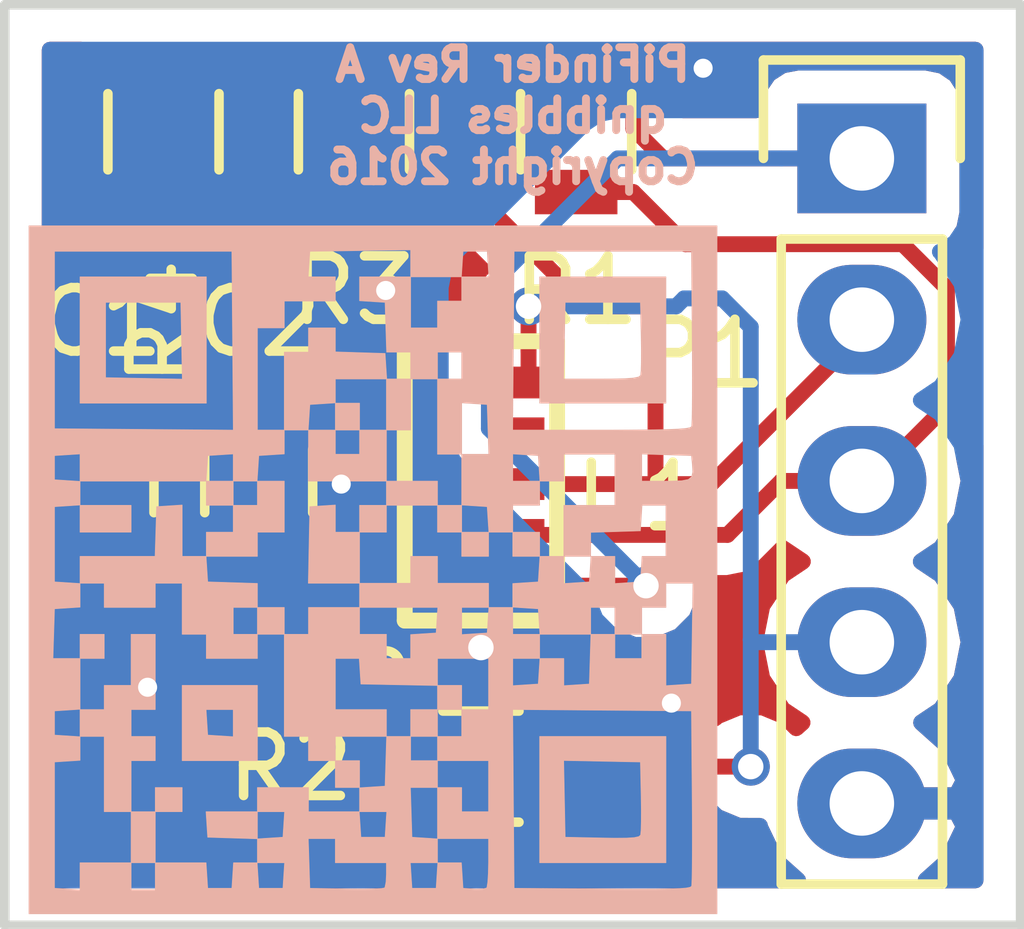
<source format=kicad_pcb>
(kicad_pcb (version 4) (host pcbnew 4.0.4-stable)

  (general
    (links 0)
    (no_connects 0)
    (area 139.07381 97.845 159.533334 114.095001)
    (thickness 1.6)
    (drawings 5)
    (tracks 82)
    (zones 0)
    (modules 14)
    (nets 8)
  )

  (page A4)
  (layers
    (0 F.Cu signal hide)
    (31 B.Cu signal hide)
    (32 B.Adhes user hide)
    (33 F.Adhes user hide)
    (34 B.Paste user hide)
    (35 F.Paste user hide)
    (36 B.SilkS user)
    (37 F.SilkS user hide)
    (38 B.Mask user)
    (39 F.Mask user)
    (40 Dwgs.User user)
    (41 Cmts.User user)
    (42 Eco1.User user)
    (43 Eco2.User user)
    (44 Edge.Cuts user)
    (45 Margin user)
    (46 B.CrtYd user)
    (47 F.CrtYd user)
    (48 B.Fab user)
    (49 F.Fab user)
  )

  (setup
    (last_trace_width 0.25)
    (trace_clearance 0.2)
    (zone_clearance 0.508)
    (zone_45_only no)
    (trace_min 0.2)
    (segment_width 0.2)
    (edge_width 0.15)
    (via_size 0.6)
    (via_drill 0.4)
    (via_min_size 0.4)
    (via_min_drill 0.3)
    (uvia_size 0.3)
    (uvia_drill 0.1)
    (uvias_allowed no)
    (uvia_min_size 0.2)
    (uvia_min_drill 0.1)
    (pcb_text_width 0.3)
    (pcb_text_size 1.5 1.5)
    (mod_edge_width 0.15)
    (mod_text_size 1 1)
    (mod_text_width 0.15)
    (pad_size 0.6 0.6)
    (pad_drill 0.3)
    (pad_to_mask_clearance 0.2)
    (aux_axis_origin 0 0)
    (visible_elements 7FFFFFFF)
    (pcbplotparams
      (layerselection 0x00030_80000001)
      (usegerberextensions false)
      (excludeedgelayer true)
      (linewidth 0.100000)
      (plotframeref false)
      (viasonmask false)
      (mode 1)
      (useauxorigin false)
      (hpglpennumber 1)
      (hpglpenspeed 20)
      (hpglpendiameter 15)
      (hpglpenoverlay 2)
      (psnegative false)
      (psa4output false)
      (plotreference true)
      (plotvalue true)
      (plotinvisibletext false)
      (padsonsilk false)
      (subtractmaskfromsilk false)
      (outputformat 1)
      (mirror false)
      (drillshape 1)
      (scaleselection 1)
      (outputdirectory ""))
  )

  (net 0 "")
  (net 1 GND)
  (net 2 VCC)
  (net 3 "Net-(P1-Pad2)")
  (net 4 "Net-(P1-Pad3)")
  (net 5 "Net-(P1-Pad4)")
  (net 6 "Net-(R4-Pad1)")
  (net 7 "Net-(U1-Pad8)")

  (net_class Default "This is the default net class."
    (clearance 0.2)
    (trace_width 0.25)
    (via_dia 0.6)
    (via_drill 0.4)
    (uvia_dia 0.3)
    (uvia_drill 0.1)
    (add_net GND)
    (add_net "Net-(P1-Pad2)")
    (add_net "Net-(P1-Pad3)")
    (add_net "Net-(P1-Pad4)")
    (add_net "Net-(R4-Pad1)")
    (add_net "Net-(U1-Pad8)")
    (add_net VCC)
  )

  (module KicadLibrary:via_0.3mm (layer F.Cu) (tedit 583A583C) (tstamp 583AD522)
    (at 152 100.5)
    (fp_text reference REF** (at 0 1.27) (layer F.SilkS) hide
      (effects (font (size 1 1) (thickness 0.15)))
    )
    (fp_text value via_0.3mm (at 0 -1.27) (layer F.Fab) hide
      (effects (font (size 1 1) (thickness 0.15)))
    )
    (pad 1 thru_hole circle (at 0 0) (size 0.6 0.6) (drill 0.3) (layers *.Cu)
      (net 1 GND) (zone_connect 2))
  )

  (module KicadLibrary:via_0.3mm (layer F.Cu) (tedit 583A583C) (tstamp 583CA15D)
    (at 151.5 110.5)
    (fp_text reference REF** (at 0 1.27) (layer F.SilkS) hide
      (effects (font (size 1 1) (thickness 0.15)))
    )
    (fp_text value via_0.3mm (at 0 -1.27) (layer F.Fab) hide
      (effects (font (size 1 1) (thickness 0.15)))
    )
    (pad 1 thru_hole circle (at 0 0) (size 0.6 0.6) (drill 0.3) (layers *.Cu)
      (net 1 GND) (zone_connect 2))
  )

  (module KicadLibrary:via_0.3mm (layer F.Cu) (tedit 583A583C) (tstamp 583CA110)
    (at 146.3 107.05)
    (fp_text reference REF** (at 0 1.27) (layer F.SilkS) hide
      (effects (font (size 1 1) (thickness 0.15)))
    )
    (fp_text value via_0.3mm (at 0 -1.27) (layer F.Fab) hide
      (effects (font (size 1 1) (thickness 0.15)))
    )
    (pad 1 thru_hole circle (at 0 0) (size 0.6 0.6) (drill 0.3) (layers *.Cu)
      (net 1 GND) (zone_connect 2))
  )

  (module KicadLibrary:via_0.3mm (layer F.Cu) (tedit 583A58E9) (tstamp 583CA104)
    (at 147 104)
    (fp_text reference REF** (at 0 1.27) (layer F.SilkS) hide
      (effects (font (size 1 1) (thickness 0.15)))
    )
    (fp_text value via_0.3mm (at 0 -1.27) (layer F.Fab) hide
      (effects (font (size 1 1) (thickness 0.15)))
    )
    (pad 1 thru_hole circle (at 0 0) (size 0.6 0.6) (drill 0.3) (layers *.Cu)
      (net 1 GND) (zone_connect 2))
  )

  (module KicadLibrary:via_0.3mm (layer F.Cu) (tedit 583A583C) (tstamp 583CA0F9)
    (at 143.25 110.25)
    (fp_text reference REF** (at 0 1.27) (layer F.SilkS) hide
      (effects (font (size 1 1) (thickness 0.15)))
    )
    (fp_text value via_0.3mm (at 0 -1.27) (layer F.Fab) hide
      (effects (font (size 1 1) (thickness 0.15)))
    )
    (pad 1 thru_hole circle (at 0 0) (size 0.6 0.6) (drill 0.3) (layers *.Cu)
      (net 1 GND) (zone_connect 2))
  )

  (module Capacitors_SMD:C_0805 (layer F.Cu) (tedit 583A51CA) (tstamp 583A50D2)
    (at 142.5 107 90)
    (descr "Capacitor SMD 0805, reflow soldering, AVX (see smccp.pdf)")
    (tags "capacitor 0805")
    (path /583A4DA8)
    (attr smd)
    (fp_text reference C1 (at 2.5 0 180) (layer F.SilkS)
      (effects (font (size 1 1) (thickness 0.15)))
    )
    (fp_text value 100n (at 0 2.1 90) (layer F.Fab) hide
      (effects (font (size 1 1) (thickness 0.15)))
    )
    (fp_line (start -1 0.625) (end -1 -0.625) (layer F.Fab) (width 0.15))
    (fp_line (start 1 0.625) (end -1 0.625) (layer F.Fab) (width 0.15))
    (fp_line (start 1 -0.625) (end 1 0.625) (layer F.Fab) (width 0.15))
    (fp_line (start -1 -0.625) (end 1 -0.625) (layer F.Fab) (width 0.15))
    (fp_line (start -1.8 -1) (end 1.8 -1) (layer F.CrtYd) (width 0.05))
    (fp_line (start -1.8 1) (end 1.8 1) (layer F.CrtYd) (width 0.05))
    (fp_line (start -1.8 -1) (end -1.8 1) (layer F.CrtYd) (width 0.05))
    (fp_line (start 1.8 -1) (end 1.8 1) (layer F.CrtYd) (width 0.05))
    (fp_line (start 0.5 -0.85) (end -0.5 -0.85) (layer F.SilkS) (width 0.15))
    (fp_line (start -0.5 0.85) (end 0.5 0.85) (layer F.SilkS) (width 0.15))
    (pad 1 smd rect (at -1 0 90) (size 1 1.25) (layers F.Cu F.Paste F.Mask)
      (net 2 VCC))
    (pad 2 smd rect (at 1 0 90) (size 1 1.25) (layers F.Cu F.Paste F.Mask)
      (net 1 GND))
    (model Capacitors_SMD.3dshapes/C_0805.wrl
      (at (xyz 0 0 0))
      (scale (xyz 1 1 1))
      (rotate (xyz 0 0 0))
    )
  )

  (module Capacitors_SMD:C_0805 (layer F.Cu) (tedit 583A51C5) (tstamp 583A50E2)
    (at 145 107 90)
    (descr "Capacitor SMD 0805, reflow soldering, AVX (see smccp.pdf)")
    (tags "capacitor 0805")
    (path /583A503F)
    (attr smd)
    (fp_text reference C2 (at 2.5 0 180) (layer F.SilkS)
      (effects (font (size 1 1) (thickness 0.15)))
    )
    (fp_text value 4.7u (at 0 2.1 90) (layer F.Fab) hide
      (effects (font (size 1 1) (thickness 0.15)))
    )
    (fp_line (start -1 0.625) (end -1 -0.625) (layer F.Fab) (width 0.15))
    (fp_line (start 1 0.625) (end -1 0.625) (layer F.Fab) (width 0.15))
    (fp_line (start 1 -0.625) (end 1 0.625) (layer F.Fab) (width 0.15))
    (fp_line (start -1 -0.625) (end 1 -0.625) (layer F.Fab) (width 0.15))
    (fp_line (start -1.8 -1) (end 1.8 -1) (layer F.CrtYd) (width 0.05))
    (fp_line (start -1.8 1) (end 1.8 1) (layer F.CrtYd) (width 0.05))
    (fp_line (start -1.8 -1) (end -1.8 1) (layer F.CrtYd) (width 0.05))
    (fp_line (start 1.8 -1) (end 1.8 1) (layer F.CrtYd) (width 0.05))
    (fp_line (start 0.5 -0.85) (end -0.5 -0.85) (layer F.SilkS) (width 0.15))
    (fp_line (start -0.5 0.85) (end 0.5 0.85) (layer F.SilkS) (width 0.15))
    (pad 1 smd rect (at -1 0 90) (size 1 1.25) (layers F.Cu F.Paste F.Mask)
      (net 2 VCC))
    (pad 2 smd rect (at 1 0 90) (size 1 1.25) (layers F.Cu F.Paste F.Mask)
      (net 1 GND))
    (model Capacitors_SMD.3dshapes/C_0805.wrl
      (at (xyz 0 0 0))
      (scale (xyz 1 1 1))
      (rotate (xyz 0 0 0))
    )
  )

  (module Pin_Headers:Pin_Header_Straight_1x05 (layer F.Cu) (tedit 583A51E8) (tstamp 583A50F6)
    (at 154.5 101.92)
    (descr "Through hole pin header")
    (tags "pin header")
    (path /583A4D71)
    (fp_text reference P1 (at -2.5 3.08) (layer F.SilkS)
      (effects (font (size 1 1) (thickness 0.15)))
    )
    (fp_text value CONN_01X05 (at 0 -3.1) (layer F.Fab) hide
      (effects (font (size 1 1) (thickness 0.15)))
    )
    (fp_line (start -1.55 0) (end -1.55 -1.55) (layer F.SilkS) (width 0.15))
    (fp_line (start -1.55 -1.55) (end 1.55 -1.55) (layer F.SilkS) (width 0.15))
    (fp_line (start 1.55 -1.55) (end 1.55 0) (layer F.SilkS) (width 0.15))
    (fp_line (start -1.75 -1.75) (end -1.75 11.95) (layer F.CrtYd) (width 0.05))
    (fp_line (start 1.75 -1.75) (end 1.75 11.95) (layer F.CrtYd) (width 0.05))
    (fp_line (start -1.75 -1.75) (end 1.75 -1.75) (layer F.CrtYd) (width 0.05))
    (fp_line (start -1.75 11.95) (end 1.75 11.95) (layer F.CrtYd) (width 0.05))
    (fp_line (start 1.27 1.27) (end 1.27 11.43) (layer F.SilkS) (width 0.15))
    (fp_line (start 1.27 11.43) (end -1.27 11.43) (layer F.SilkS) (width 0.15))
    (fp_line (start -1.27 11.43) (end -1.27 1.27) (layer F.SilkS) (width 0.15))
    (fp_line (start 1.27 1.27) (end -1.27 1.27) (layer F.SilkS) (width 0.15))
    (pad 1 thru_hole rect (at 0 0) (size 2.032 1.7272) (drill 1.016) (layers *.Cu *.Mask)
      (net 2 VCC))
    (pad 2 thru_hole oval (at 0 2.54) (size 2.032 1.7272) (drill 1.016) (layers *.Cu *.Mask)
      (net 3 "Net-(P1-Pad2)"))
    (pad 3 thru_hole oval (at 0 5.08) (size 2.032 1.7272) (drill 1.016) (layers *.Cu *.Mask)
      (net 4 "Net-(P1-Pad3)"))
    (pad 4 thru_hole oval (at 0 7.62) (size 2.032 1.7272) (drill 1.016) (layers *.Cu *.Mask)
      (net 5 "Net-(P1-Pad4)"))
    (pad 5 thru_hole oval (at 0 10.16) (size 2.032 1.7272) (drill 1.016) (layers *.Cu *.Mask)
      (net 1 GND))
    (model Pin_Headers.3dshapes/Pin_Header_Straight_1x05.wrl
      (at (xyz 0 -0.2 0))
      (scale (xyz 1 1 1))
      (rotate (xyz 0 0 90))
    )
  )

  (module Resistors_SMD:R_0805 (layer F.Cu) (tedit 583A51E2) (tstamp 583A5106)
    (at 150 101.5 270)
    (descr "Resistor SMD 0805, reflow soldering, Vishay (see dcrcw.pdf)")
    (tags "resistor 0805")
    (path /583A4D3F)
    (attr smd)
    (fp_text reference R1 (at 2.5 0 360) (layer F.SilkS)
      (effects (font (size 1 1) (thickness 0.15)))
    )
    (fp_text value 2k (at -2.5 0 270) (layer F.Fab) hide
      (effects (font (size 1 1) (thickness 0.15)))
    )
    (fp_line (start -1 0.625) (end -1 -0.625) (layer F.Fab) (width 0.1))
    (fp_line (start 1 0.625) (end -1 0.625) (layer F.Fab) (width 0.1))
    (fp_line (start 1 -0.625) (end 1 0.625) (layer F.Fab) (width 0.1))
    (fp_line (start -1 -0.625) (end 1 -0.625) (layer F.Fab) (width 0.1))
    (fp_line (start -1.6 -1) (end 1.6 -1) (layer F.CrtYd) (width 0.05))
    (fp_line (start -1.6 1) (end 1.6 1) (layer F.CrtYd) (width 0.05))
    (fp_line (start -1.6 -1) (end -1.6 1) (layer F.CrtYd) (width 0.05))
    (fp_line (start 1.6 -1) (end 1.6 1) (layer F.CrtYd) (width 0.05))
    (fp_line (start 0.6 0.875) (end -0.6 0.875) (layer F.SilkS) (width 0.15))
    (fp_line (start -0.6 -0.875) (end 0.6 -0.875) (layer F.SilkS) (width 0.15))
    (pad 1 smd rect (at -0.95 0 270) (size 0.7 1.3) (layers F.Cu F.Paste F.Mask)
      (net 2 VCC))
    (pad 2 smd rect (at 0.95 0 270) (size 0.7 1.3) (layers F.Cu F.Paste F.Mask)
      (net 4 "Net-(P1-Pad3)"))
    (model Resistors_SMD.3dshapes/R_0805.wrl
      (at (xyz 0 0 0))
      (scale (xyz 1 1 1))
      (rotate (xyz 0 0 0))
    )
  )

  (module Resistors_SMD:R_0805 (layer F.Cu) (tedit 583A51CD) (tstamp 583A5116)
    (at 148.5 111.5 180)
    (descr "Resistor SMD 0805, reflow soldering, Vishay (see dcrcw.pdf)")
    (tags "resistor 0805")
    (path /583A53E7)
    (attr smd)
    (fp_text reference R2 (at 3 0 180) (layer F.SilkS)
      (effects (font (size 1 1) (thickness 0.15)))
    )
    (fp_text value 10k (at 0 2.1 180) (layer F.Fab) hide
      (effects (font (size 1 1) (thickness 0.15)))
    )
    (fp_line (start -1 0.625) (end -1 -0.625) (layer F.Fab) (width 0.1))
    (fp_line (start 1 0.625) (end -1 0.625) (layer F.Fab) (width 0.1))
    (fp_line (start 1 -0.625) (end 1 0.625) (layer F.Fab) (width 0.1))
    (fp_line (start -1 -0.625) (end 1 -0.625) (layer F.Fab) (width 0.1))
    (fp_line (start -1.6 -1) (end 1.6 -1) (layer F.CrtYd) (width 0.05))
    (fp_line (start -1.6 1) (end 1.6 1) (layer F.CrtYd) (width 0.05))
    (fp_line (start -1.6 -1) (end -1.6 1) (layer F.CrtYd) (width 0.05))
    (fp_line (start 1.6 -1) (end 1.6 1) (layer F.CrtYd) (width 0.05))
    (fp_line (start 0.6 0.875) (end -0.6 0.875) (layer F.SilkS) (width 0.15))
    (fp_line (start -0.6 -0.875) (end 0.6 -0.875) (layer F.SilkS) (width 0.15))
    (pad 1 smd rect (at -0.95 0 180) (size 0.7 1.3) (layers F.Cu F.Paste F.Mask)
      (net 5 "Net-(P1-Pad4)"))
    (pad 2 smd rect (at 0.95 0 180) (size 0.7 1.3) (layers F.Cu F.Paste F.Mask)
      (net 2 VCC))
    (model Resistors_SMD.3dshapes/R_0805.wrl
      (at (xyz 0 0 0))
      (scale (xyz 1 1 1))
      (rotate (xyz 0 0 0))
    )
  )

  (module Resistors_SMD:R_0805 (layer F.Cu) (tedit 583A51E5) (tstamp 583A5126)
    (at 146.5 101.5 270)
    (descr "Resistor SMD 0805, reflow soldering, Vishay (see dcrcw.pdf)")
    (tags "resistor 0805")
    (path /583A4CD2)
    (attr smd)
    (fp_text reference R3 (at 2.5 0 360) (layer F.SilkS)
      (effects (font (size 1 1) (thickness 0.15)))
    )
    (fp_text value 2k (at -2.5 0 270) (layer F.Fab) hide
      (effects (font (size 1 1) (thickness 0.15)))
    )
    (fp_line (start -1 0.625) (end -1 -0.625) (layer F.Fab) (width 0.1))
    (fp_line (start 1 0.625) (end -1 0.625) (layer F.Fab) (width 0.1))
    (fp_line (start 1 -0.625) (end 1 0.625) (layer F.Fab) (width 0.1))
    (fp_line (start -1 -0.625) (end 1 -0.625) (layer F.Fab) (width 0.1))
    (fp_line (start -1.6 -1) (end 1.6 -1) (layer F.CrtYd) (width 0.05))
    (fp_line (start -1.6 1) (end 1.6 1) (layer F.CrtYd) (width 0.05))
    (fp_line (start -1.6 -1) (end -1.6 1) (layer F.CrtYd) (width 0.05))
    (fp_line (start 1.6 -1) (end 1.6 1) (layer F.CrtYd) (width 0.05))
    (fp_line (start 0.6 0.875) (end -0.6 0.875) (layer F.SilkS) (width 0.15))
    (fp_line (start -0.6 -0.875) (end 0.6 -0.875) (layer F.SilkS) (width 0.15))
    (pad 1 smd rect (at -0.95 0 270) (size 0.7 1.3) (layers F.Cu F.Paste F.Mask)
      (net 2 VCC))
    (pad 2 smd rect (at 0.95 0 270) (size 0.7 1.3) (layers F.Cu F.Paste F.Mask)
      (net 3 "Net-(P1-Pad2)"))
    (model Resistors_SMD.3dshapes/R_0805.wrl
      (at (xyz 0 0 0))
      (scale (xyz 1 1 1))
      (rotate (xyz 0 0 0))
    )
  )

  (module Resistors_SMD:R_0805 (layer F.Cu) (tedit 583A51D2) (tstamp 583A5136)
    (at 143.5 101.5 90)
    (descr "Resistor SMD 0805, reflow soldering, Vishay (see dcrcw.pdf)")
    (tags "resistor 0805")
    (path /583A539A)
    (attr smd)
    (fp_text reference R4 (at -3 0 90) (layer F.SilkS)
      (effects (font (size 1 1) (thickness 0.15)))
    )
    (fp_text value 10k (at 0 2 90) (layer F.Fab) hide
      (effects (font (size 1 1) (thickness 0.15)))
    )
    (fp_line (start -1 0.625) (end -1 -0.625) (layer F.Fab) (width 0.1))
    (fp_line (start 1 0.625) (end -1 0.625) (layer F.Fab) (width 0.1))
    (fp_line (start 1 -0.625) (end 1 0.625) (layer F.Fab) (width 0.1))
    (fp_line (start -1 -0.625) (end 1 -0.625) (layer F.Fab) (width 0.1))
    (fp_line (start -1.6 -1) (end 1.6 -1) (layer F.CrtYd) (width 0.05))
    (fp_line (start -1.6 1) (end 1.6 1) (layer F.CrtYd) (width 0.05))
    (fp_line (start -1.6 -1) (end -1.6 1) (layer F.CrtYd) (width 0.05))
    (fp_line (start 1.6 -1) (end 1.6 1) (layer F.CrtYd) (width 0.05))
    (fp_line (start 0.6 0.875) (end -0.6 0.875) (layer F.SilkS) (width 0.15))
    (fp_line (start -0.6 -0.875) (end 0.6 -0.875) (layer F.SilkS) (width 0.15))
    (pad 1 smd rect (at -0.95 0 90) (size 0.7 1.3) (layers F.Cu F.Paste F.Mask)
      (net 6 "Net-(R4-Pad1)"))
    (pad 2 smd rect (at 0.95 0 90) (size 0.7 1.3) (layers F.Cu F.Paste F.Mask)
      (net 2 VCC))
    (model Resistors_SMD.3dshapes/R_0805.wrl
      (at (xyz 0 0 0))
      (scale (xyz 1 1 1))
      (rotate (xyz 0 0 0))
    )
  )

  (module KicadFootprint:VL53L0x (layer F.Cu) (tedit 583AD319) (tstamp 583A5147)
    (at 148.5 107 90)
    (path /583A4C95)
    (fp_text reference U1 (at -0.25 2.5 180) (layer F.SilkS)
      (effects (font (size 1 1) (thickness 0.15)))
    )
    (fp_text value VL53L0X (at 0 -2.8 90) (layer F.Fab)
      (effects (font (size 1 1) (thickness 0.15)))
    )
    (fp_line (start -2.2 1.2) (end -2.2 -1.2) (layer F.SilkS) (width 0.25))
    (fp_line (start 2.2 1.2) (end -2.2 1.2) (layer F.SilkS) (width 0.25))
    (fp_line (start 2.2 -1.2) (end 2.2 1.2) (layer F.SilkS) (width 0.25))
    (fp_line (start -2.2 -1.2) (end 2.2 -1.2) (layer F.SilkS) (width 0.25))
    (fp_circle (center -2.9 -1.5) (end -2.8 -1.3) (layer F.SilkS) (width 0.15))
    (pad 1 smd rect (at -1.65 -0.85 90) (size 0.5 0.5) (layers F.Cu F.Paste F.Mask)
      (net 2 VCC))
    (pad 2 smd rect (at -0.85 -0.85 90) (size 0.5 0.5) (layers F.Cu F.Paste F.Mask)
      (net 1 GND))
    (pad 3 smd rect (at -0.05 -0.85 90) (size 0.5 0.5) (layers F.Cu F.Paste F.Mask)
      (net 1 GND))
    (pad 4 smd rect (at 0.75 -0.85 90) (size 0.5 0.5) (layers F.Cu F.Paste F.Mask)
      (net 1 GND))
    (pad 5 smd rect (at 1.55 -0.85 90) (size 0.5 0.5) (layers F.Cu F.Paste F.Mask)
      (net 6 "Net-(R4-Pad1)"))
    (pad 6 smd rect (at 1.55 -0.05 90) (size 0.5 0.5) (layers F.Cu F.Paste F.Mask)
      (net 1 GND))
    (pad 8 smd rect (at 0.75 0.75 90) (size 0.5 0.5) (layers F.Cu F.Paste F.Mask)
      (net 7 "Net-(U1-Pad8)"))
    (pad 7 smd rect (at 1.55 0.75 90) (size 0.5 0.5) (layers F.Cu F.Paste F.Mask)
      (net 5 "Net-(P1-Pad4)"))
    (pad 9 smd rect (at -0.05 0.75 90) (size 0.5 0.5) (layers F.Cu F.Paste F.Mask)
      (net 3 "Net-(P1-Pad2)"))
    (pad 10 smd rect (at -0.85 0.75 90) (size 0.5 0.5) (layers F.Cu F.Paste F.Mask)
      (net 4 "Net-(P1-Pad3)"))
    (pad 11 smd rect (at -1.65 0.75 90) (size 0.5 0.5) (layers F.Cu F.Paste F.Mask)
      (net 2 VCC))
    (pad 12 smd rect (at -1.65 -0.05 90) (size 0.5 0.5) (layers F.Cu F.Paste F.Mask)
      (net 1 GND))
  )

  (module KicadFootprint:LOGO (layer B.Cu) (tedit 0) (tstamp 584ADCF8)
    (at 146.8 108.4 180)
    (fp_text reference G*** (at 0 0 180) (layer B.SilkS) hide
      (effects (font (thickness 0.3)) (justify mirror))
    )
    (fp_text value LOGO (at 0.75 0 180) (layer B.SilkS) hide
      (effects (font (thickness 0.3)) (justify mirror))
    )
    (fp_poly (pts (xy 5.418667 -5.418667) (xy -5.418666 -5.418667) (xy -5.418666 -4.214615) (xy -5.03051 -4.214615)
      (xy -5.029907 -4.483752) (xy -5.028055 -4.705633) (xy -5.025028 -4.869699) (xy -5.020896 -4.965394)
      (xy -5.018214 -4.984964) (xy -4.995351 -5.000193) (xy -4.93495 -5.012083) (xy -4.829758 -5.020856)
      (xy -4.672521 -5.026731) (xy -4.455986 -5.029927) (xy -4.1729 -5.030665) (xy -3.816009 -5.029165)
      (xy -3.610023 -5.027663) (xy -2.2225 -5.0165) (xy -2.216296 -4.233334) (xy -1.820333 -4.233334)
      (xy -1.820333 -4.607278) (xy -1.817115 -4.777939) (xy -1.808514 -4.915236) (xy -1.796114 -4.997997)
      (xy -1.790119 -5.011437) (xy -1.732176 -5.027701) (xy -1.625041 -5.031022) (xy -1.589036 -5.029075)
      (xy -1.418166 -5.0165) (xy -1.405264 -4.815417) (xy -1.392361 -4.614334) (xy -1.020639 -4.614334)
      (xy -0.994833 -5.0165) (xy -0.613833 -5.0165) (xy -0.60093 -4.815417) (xy -0.588028 -4.614334)
      (xy -0.211666 -4.614334) (xy -0.211666 -4.797778) (xy -0.205411 -4.916887) (xy -0.18971 -4.997229)
      (xy -0.182303 -5.010586) (xy -0.131346 -5.020532) (xy -0.012213 -5.027275) (xy 0.158646 -5.030335)
      (xy 0.364784 -5.029229) (xy 0.420947 -5.028225) (xy 0.994834 -5.0165) (xy 1.007005 -4.624917)
      (xy 1.019177 -4.233334) (xy 0.592667 -4.233334) (xy 0.592667 -4.614334) (xy -0.211666 -4.614334)
      (xy -0.588028 -4.614334) (xy -1.016 -4.614334) (xy -1.016 -4.237972) (xy -0.814916 -4.22507)
      (xy -0.613833 -4.212167) (xy -0.601661 -3.820584) (xy -0.589489 -3.429) (xy -1.016 -3.429)
      (xy -1.016 -4.233334) (xy -1.820333 -4.233334) (xy -2.216296 -4.233334) (xy -2.211345 -3.608345)
      (xy -2.206571 -3.005667) (xy -1.820333 -3.005667) (xy -1.820333 -3.81) (xy -1.397 -3.81)
      (xy -1.397 -3.429) (xy -1.016 -3.429) (xy -1.016 -3.005667) (xy -1.820333 -3.005667)
      (xy -2.206571 -3.005667) (xy -2.20019 -2.200191) (xy -3.608345 -2.211345) (xy -5.0165 -2.2225)
      (xy -5.027692 -3.576801) (xy -5.029796 -3.908779) (xy -5.03051 -4.214615) (xy -5.418666 -4.214615)
      (xy -5.418666 -0.211667) (xy -5.039535 -0.211667) (xy -5.028017 -1.005417) (xy -5.0165 -1.799167)
      (xy -4.815416 -1.81207) (xy -4.614333 -1.824972) (xy -4.614333 -1.016) (xy -4.233333 -1.016)
      (xy -4.233333 -1.397) (xy -3.81 -1.397) (xy -3.81 -1.016) (xy -4.233333 -1.016)
      (xy -4.233333 -0.592667) (xy -4.614333 -0.592667) (xy -4.614333 -0.211667) (xy -5.039535 -0.211667)
      (xy -5.418666 -0.211667) (xy -5.418666 1.016) (xy -4.614333 1.016) (xy -4.614333 0.211666)
      (xy -4.237972 0.211666) (xy -4.212166 -0.1905) (xy -3.81 -0.216306) (xy -3.81 0.211666)
      (xy -3.433639 0.211666) (xy -3.407833 -0.1905) (xy -3.20675 -0.203403) (xy -3.005666 -0.216306)
      (xy -3.005666 0.211666) (xy -3.429 0.211666) (xy -3.429 0.589489) (xy -4.212166 0.613833)
      (xy -4.225069 0.814916) (xy -4.237972 1.016) (xy -4.614333 1.016) (xy -5.418666 1.016)
      (xy -5.418666 1.54108) (xy -5.03669 1.54108) (xy -5.020271 1.465734) (xy -4.966614 1.422589)
      (xy -4.861522 1.402718) (xy -4.690797 1.397195) (xy -4.615662 1.397) (xy -4.233333 1.397)
      (xy -4.233333 1.820333) (xy -3.81 1.820333) (xy -3.81 1.016) (xy -3.005666 1.016)
      (xy -3.005666 0.211666) (xy -2.629305 0.211666) (xy -2.616403 0.010583) (xy -2.6035 -0.1905)
      (xy -2.402416 -0.203403) (xy -2.201333 -0.216306) (xy -2.201333 -0.588028) (xy -2.402416 -0.600931)
      (xy -2.6035 -0.613834) (xy -2.616403 -0.814917) (xy -2.629305 -1.016) (xy -3.429 -1.016)
      (xy -3.429 -0.592667) (xy -3.81 -0.592667) (xy -3.81 -1.016) (xy -3.432177 -1.016)
      (xy -3.420005 -1.407584) (xy -3.407833 -1.799167) (xy -3.20675 -1.81207) (xy -3.005666 -1.824972)
      (xy -3.005666 -1.397) (xy -2.629305 -1.397) (xy -2.616403 -1.598084) (xy -2.6035 -1.799167)
      (xy -2.402416 -1.81207) (xy -2.201333 -1.824972) (xy -2.201333 -1.397) (xy -2.624666 -1.397)
      (xy -2.624666 -1.016) (xy -2.201333 -1.016) (xy -2.201333 -0.592667) (xy -1.824972 -0.592667)
      (xy -1.812069 -0.79375) (xy -1.799166 -0.994834) (xy -1.598083 -1.007736) (xy -1.397 -1.020639)
      (xy -1.397 -0.592667) (xy -1.020639 -0.592667) (xy -1.007736 -0.79375) (xy -0.994833 -0.994834)
      (xy -0.79375 -1.007736) (xy -0.592666 -1.020639) (xy -0.592666 -1.397) (xy -0.211666 -1.397)
      (xy -0.211666 -1.016) (xy 0.211667 -1.016) (xy 0.211667 -0.592667) (xy -1.020639 -0.592667)
      (xy -1.397 -0.592667) (xy -1.820333 -0.592667) (xy -1.820333 -0.211667) (xy -1.016 -0.211667)
      (xy -1.016 0.211666) (xy -0.592666 0.211666) (xy -0.592666 -0.211667) (xy 0.211667 -0.211667)
      (xy 0.211667 -0.592667) (xy 1.016 -0.592667) (xy 1.016 -1.016) (xy 1.397 -1.016)
      (xy 1.397 -2.624667) (xy 1.016 -2.624667) (xy 1.016 -3.005667) (xy 0.592667 -3.005667)
      (xy 0.592667 -2.624667) (xy -0.211666 -2.624667) (xy -0.211666 -2.201334) (xy 0.592667 -2.201334)
      (xy 0.592667 -1.397) (xy 0.216306 -1.397) (xy 0.203403 -1.598084) (xy 0.1905 -1.799167)
      (xy -0.41275 -1.810912) (xy -1.016 -1.822658) (xy -1.016 -1.397) (xy -1.820333 -1.397)
      (xy -1.820333 -2.201334) (xy -1.397 -2.201334) (xy -1.397 -2.624667) (xy -1.016 -2.624667)
      (xy -1.016 -3.005667) (xy -0.592666 -3.005667) (xy -0.592666 -2.624667) (xy -0.214844 -2.624667)
      (xy -0.202672 -3.01625) (xy -0.1905 -3.407834) (xy 0.010584 -3.420736) (xy 0.211667 -3.433639)
      (xy 0.211667 -3.81) (xy -0.216305 -3.81) (xy -0.203403 -4.011084) (xy -0.1905 -4.212167)
      (xy 0.1905 -4.212167) (xy 0.203403 -4.011084) (xy 0.216306 -3.81) (xy 1.016 -3.81)
      (xy 1.016 -3.429) (xy 1.820334 -3.429) (xy 1.820334 -3.81) (xy 1.392361 -3.81)
      (xy 1.405264 -4.011084) (xy 1.418167 -4.212167) (xy 1.61925 -4.22507) (xy 1.820334 -4.237972)
      (xy 1.820334 -4.614334) (xy 1.392361 -4.614334) (xy 1.418167 -5.0165) (xy 1.799167 -5.0165)
      (xy 1.81207 -4.815417) (xy 1.824972 -4.614334) (xy 2.196695 -4.614334) (xy 2.209597 -4.815417)
      (xy 2.2225 -5.0165) (xy 2.6035 -5.0165) (xy 2.629306 -4.614334) (xy 3.429 -4.614334)
      (xy 3.429 -5.037667) (xy 3.81 -5.037667) (xy 3.81 -4.614334) (xy 4.614334 -4.614334)
      (xy 4.614334 -5.042306) (xy 5.0165 -5.0165) (xy 5.0165 -3.026834) (xy 4.614334 -3.001028)
      (xy 4.614334 -2.629306) (xy 5.0165 -2.6035) (xy 5.0165 -2.2225) (xy 4.815417 -2.209597)
      (xy 4.614334 -2.196695) (xy 4.614334 -1.397) (xy 5.040844 -1.397) (xy 5.0165 -0.613834)
      (xy 4.614334 -0.588028) (xy 4.614334 -0.216306) (xy 5.0165 -0.1905) (xy 5.0165 0.994833)
      (xy 4.614334 1.020639) (xy 4.614334 1.392361) (xy 4.815417 1.405264) (xy 5.0165 1.418166)
      (xy 5.0165 1.799166) (xy 4.614334 1.824972) (xy 4.614334 1.397) (xy 2.629306 1.397)
      (xy 2.6035 1.799166) (xy 2.201334 1.824972) (xy 2.201334 1.397) (xy 1.824972 1.397)
      (xy 1.81207 1.598083) (xy 1.799167 1.799166) (xy 1.598084 1.812069) (xy 1.397 1.824972)
      (xy 1.397 2.20019) (xy 2.200191 2.20019) (xy 3.608345 2.211345) (xy 5.0165 2.2225)
      (xy 5.0165 5.0165) (xy 2.2225 5.0165) (xy 2.211345 3.608345) (xy 2.200191 2.20019)
      (xy 1.397 2.20019) (xy 1.397 2.201333) (xy 1.820334 2.201333) (xy 1.820334 3.81)
      (xy 1.397 3.81) (xy 1.397 4.233333) (xy 0.592667 4.233333) (xy 0.592667 4.614333)
      (xy 1.020639 4.614333) (xy 1.007736 4.815416) (xy 0.994834 5.0165) (xy 0.201084 5.028017)
      (xy -0.592666 5.039535) (xy -0.592666 4.614333) (xy 0.211667 4.614333) (xy 0.211667 4.237972)
      (xy 0.010584 4.225069) (xy -0.1905 4.212166) (xy -0.214844 3.429) (xy -0.592666 3.429)
      (xy -0.592666 3.005666) (xy -1.016 3.005666) (xy -1.016 1.820333) (xy -1.397 1.820333)
      (xy -1.397 1.020639) (xy -1.799166 0.994833) (xy -1.824972 0.592667) (xy -2.013153 0.592666)
      (xy -2.201333 0.592666) (xy -2.201333 1.016) (xy -2.624666 1.016) (xy -2.624666 1.397)
      (xy -2.201333 1.397) (xy -2.201333 1.820333) (xy -1.82351 1.820333) (xy -1.397 1.820333)
      (xy -1.397 2.629305) (xy -1.598083 2.616403) (xy -1.799166 2.6035) (xy -1.811338 2.211916)
      (xy -1.82351 1.820333) (xy -2.201333 1.820333) (xy -2.201333 1.824972) (xy -2.402416 1.812069)
      (xy -2.6035 1.799166) (xy -2.616403 1.598083) (xy -2.629305 1.397) (xy -3.005666 1.397)
      (xy -3.005666 1.820333) (xy -3.81 1.820333) (xy -4.233333 1.820333) (xy -4.233333 1.82351)
      (xy -4.624916 1.811338) (xy -5.0165 1.799166) (xy -5.030066 1.657553) (xy -5.03669 1.54108)
      (xy -5.418666 1.54108) (xy -5.418666 3.02448) (xy -5.030536 3.02448) (xy -5.029962 2.755428)
      (xy -5.02815 2.53365) (xy -5.02517 2.369699) (xy -5.02109 2.274124) (xy -5.018437 2.254616)
      (xy -4.994132 2.239375) (xy -4.929488 2.227117) (xy -4.817552 2.21758) (xy -4.651368 2.210503)
      (xy -4.423982 2.205627) (xy -4.128439 2.202688) (xy -3.757786 2.201427) (xy -3.599091 2.201333)
      (xy -2.200192 2.201333) (xy -2.20992 3.429) (xy -1.397 3.429) (xy -1.397 3.005666)
      (xy -1.016 3.005666) (xy -1.016 3.429) (xy -1.397 3.429) (xy -2.20992 3.429)
      (xy -2.211346 3.608916) (xy -2.219313 4.614333) (xy -1.824972 4.614333) (xy -1.397 4.614333)
      (xy -1.397 4.233333) (xy -1.016 4.233333) (xy -1.016 3.81) (xy -0.592666 3.81)
      (xy -0.592666 4.614333) (xy -1.392361 4.614333) (xy -1.405264 4.815416) (xy -1.418166 5.0165)
      (xy -1.799166 5.0165) (xy -1.812069 4.815416) (xy -1.824972 4.614333) (xy -2.219313 4.614333)
      (xy -2.2225 5.0165) (xy -5.0165 5.0165) (xy -5.027692 3.662199) (xy -5.029802 3.330254)
      (xy -5.030536 3.02448) (xy -5.418666 3.02448) (xy -5.418666 5.418666) (xy 5.418667 5.418666)
      (xy 5.418667 -5.418667)) (layer B.SilkS) (width 0.01))
    (fp_poly (pts (xy -2.624666 -4.614334) (xy -4.614333 -4.614334) (xy -4.614333 -3.785539) (xy -4.226962 -3.785539)
      (xy -4.2263 -3.967838) (xy -4.22238 -4.103856) (xy -4.215492 -4.175621) (xy -4.214362 -4.179378)
      (xy -4.186628 -4.202626) (xy -4.117073 -4.217735) (xy -3.994397 -4.225536) (xy -3.807299 -4.226864)
      (xy -3.609785 -4.22395) (xy -3.026833 -4.212167) (xy -3.01508 -3.607747) (xy -3.003328 -3.003328)
      (xy -4.212166 -3.026834) (xy -4.224077 -3.574928) (xy -4.226962 -3.785539) (xy -4.614333 -3.785539)
      (xy -4.614333 -2.624667) (xy -2.624666 -2.624667) (xy -2.624666 -4.614334)) (layer B.SilkS) (width 0.01))
    (fp_poly (pts (xy 3.81 -4.614334) (xy 3.429 -4.614334) (xy 3.429 -3.81) (xy 3.81 -3.81)
      (xy 3.81 -4.614334)) (layer B.SilkS) (width 0.01))
    (fp_poly (pts (xy 3.429 -3.81) (xy 3.005667 -3.81) (xy 3.005667 -3.429) (xy 3.429 -3.429)
      (xy 3.429 -3.81)) (layer B.SilkS) (width 0.01))
    (fp_poly (pts (xy 3.81 -1.820334) (xy 4.233334 -1.820334) (xy 4.233334 -2.201334) (xy 4.614334 -2.201334)
      (xy 4.614334 -2.624667) (xy 4.233334 -2.624667) (xy 4.233334 -3.81) (xy 3.81 -3.81)
      (xy 3.81 -3.005667) (xy 3.429 -3.005667) (xy 3.429 -2.624667) (xy 3.81 -2.624667)
      (xy 3.81 -2.201334) (xy 3.429 -2.201334) (xy 3.429 -1.016) (xy 3.81 -1.016)
      (xy 3.81 -1.820334)) (layer B.SilkS) (width 0.01))
    (fp_poly (pts (xy 2.616403 -4.011084) (xy 2.6035 -4.212167) (xy 1.820334 -4.236511) (xy 1.820334 -3.81)
      (xy 2.629306 -3.81) (xy 2.616403 -4.011084)) (layer B.SilkS) (width 0.01))
    (fp_poly (pts (xy 0.592667 -3.429) (xy 0.211667 -3.429) (xy 0.211667 -3.005667) (xy 0.592667 -3.005667)
      (xy 0.592667 -3.429)) (layer B.SilkS) (width 0.01))
    (fp_poly (pts (xy 3.005667 -3.005667) (xy 1.820334 -3.005667) (xy 1.820334 -2.201334) (xy 2.201334 -2.201334)
      (xy 2.201334 -2.629306) (xy 2.6035 -2.6035) (xy 2.629306 -2.201334) (xy 2.201334 -2.201334)
      (xy 1.820334 -2.201334) (xy 1.820334 -1.820334) (xy 3.005667 -1.820334) (xy 3.005667 -3.005667)) (layer B.SilkS) (width 0.01))
    (fp_poly (pts (xy -0.592666 -2.624667) (xy -1.016 -2.624667) (xy -1.016 -2.201334) (xy -0.592666 -2.201334)
      (xy -0.592666 -2.624667)) (layer B.SilkS) (width 0.01))
    (fp_poly (pts (xy -1.016 -2.201334) (xy -1.397 -2.201334) (xy -1.397 -1.820334) (xy -1.016 -1.820334)
      (xy -1.016 -2.201334)) (layer B.SilkS) (width 0.01))
    (fp_poly (pts (xy 3.20675 1.007736) (xy 3.407834 0.994833) (xy 3.420005 0.60325) (xy 3.432177 0.211666)
      (xy 4.614334 0.211666) (xy 4.614334 -0.211667) (xy 4.233334 -0.211667) (xy 4.233334 -0.592667)
      (xy 3.429 -0.592667) (xy 3.429 -0.211667) (xy 3.005667 -0.211667) (xy 3.005667 -1.016)
      (xy 2.624667 -1.016) (xy 2.624667 -1.397) (xy 1.820334 -1.397) (xy 1.820334 -1.016)
      (xy 1.397 -1.016) (xy 1.397 -0.592667) (xy 1.820334 -0.592667) (xy 1.820334 -1.016)
      (xy 2.201334 -1.016) (xy 2.201334 -0.592667) (xy 1.820334 -0.592667) (xy 1.820334 -0.214844)
      (xy 2.6035 -0.1905) (xy 2.629306 0.211666) (xy 3.005667 0.211666) (xy 3.005667 1.020639)
      (xy 3.20675 1.007736)) (layer B.SilkS) (width 0.01))
    (fp_poly (pts (xy 1.820334 1.016) (xy 2.201334 1.016) (xy 2.201334 0.592666) (xy 2.624667 0.592666)
      (xy 2.624667 0.211666) (xy 1.820334 0.211666) (xy 1.820334 0.592666) (xy 1.397 0.592666)
      (xy 1.397 1.397) (xy 1.820334 1.397) (xy 1.820334 1.016)) (layer B.SilkS) (width 0.01))
    (fp_poly (pts (xy 2.624667 1.016) (xy 2.201334 1.016) (xy 2.201334 1.397) (xy 2.624667 1.397)
      (xy 2.624667 1.016)) (layer B.SilkS) (width 0.01))
    (fp_poly (pts (xy 4.614334 -1.397) (xy 4.233334 -1.397) (xy 4.233334 -1.016) (xy 4.614334 -1.016)
      (xy 4.614334 -1.397)) (layer B.SilkS) (width 0.01))
    (fp_poly (pts (xy 0.79375 1.007736) (xy 0.994834 0.994833) (xy 1.006579 0.391583) (xy 1.018325 -0.211667)
      (xy 0.211667 -0.211667) (xy 0.211667 0.592666) (xy 0.592667 0.592666) (xy 0.592667 1.020639)
      (xy 0.79375 1.007736)) (layer B.SilkS) (width 0.01))
    (fp_poly (pts (xy -1.397 0.211666) (xy -1.820333 0.211666) (xy -1.820333 0.592666) (xy -1.397 0.592666)
      (xy -1.397 0.211666)) (layer B.SilkS) (width 0.01))
    (fp_poly (pts (xy 0.211667 0.592666) (xy -0.211666 0.592666) (xy -0.211666 1.016) (xy 0.211667 1.016)
      (xy 0.211667 0.592666)) (layer B.SilkS) (width 0.01))
    (fp_poly (pts (xy -1.016 0.592666) (xy -1.397 0.592666) (xy -1.397 1.016) (xy -1.016 1.016)
      (xy -1.016 0.592666)) (layer B.SilkS) (width 0.01))
    (fp_poly (pts (xy -0.211666 1.016) (xy -1.016 1.016) (xy -1.016 1.397) (xy -0.211666 1.397)
      (xy -0.211666 1.016)) (layer B.SilkS) (width 0.01))
    (fp_poly (pts (xy 0.211667 1.820333) (xy 0.592667 1.820333) (xy 0.592667 2.201333) (xy 1.016 2.201333)
      (xy 1.016 1.397) (xy -0.211666 1.397) (xy -0.211666 2.201333) (xy 0.211667 2.201333)
      (xy 0.211667 1.820333)) (layer B.SilkS) (width 0.01))
    (fp_poly (pts (xy 1.016 3.429) (xy 1.397 3.429) (xy 1.397 2.201333) (xy 1.020639 2.201333)
      (xy 1.007736 2.402416) (xy 0.994834 2.6035) (xy 0.79375 2.616403) (xy 0.592667 2.629305)
      (xy 0.592667 3.005666) (xy -0.211666 3.005666) (xy -0.211666 2.201333) (xy -0.592666 2.201333)
      (xy -0.592666 3.005666) (xy -0.404486 3.005666) (xy -0.216305 3.005667) (xy -0.203403 3.20675)
      (xy -0.1905 3.407833) (xy 0.201084 3.420005) (xy 0.592667 3.432177) (xy 0.592667 3.81)
      (xy 1.016 3.81) (xy 1.016 3.429)) (layer B.SilkS) (width 0.01))
    (fp_poly (pts (xy -2.201333 0.211666) (xy -2.624666 0.211666) (xy -2.624666 0.592666) (xy -2.201333 0.592666)
      (xy -2.201333 0.211666)) (layer B.SilkS) (width 0.01))
    (fp_poly (pts (xy 4.614334 0.592666) (xy 3.81 0.592666) (xy 3.81 1.016) (xy 4.614334 1.016)
      (xy 4.614334 0.592666)) (layer B.SilkS) (width 0.01))
    (fp_poly (pts (xy -2.624666 2.624666) (xy -4.614333 2.624666) (xy -4.614333 3.453599) (xy -4.226995 3.453599)
      (xy -4.226428 3.271573) (xy -4.22265 3.135916) (xy -4.215936 3.064548) (xy -4.214822 3.060822)
      (xy -4.183756 3.037522) (xy -4.104639 3.02129) (xy -3.967351 3.01122) (xy -3.761773 3.006408)
      (xy -3.598499 3.005666) (xy -3.003342 3.005666) (xy -3.015088 3.608916) (xy -3.026833 4.212166)
      (xy -4.212166 4.212166) (xy -4.224077 3.664072) (xy -4.226995 3.453599) (xy -4.614333 3.453599)
      (xy -4.614333 4.614333) (xy -2.624666 4.614333) (xy -2.624666 2.624666)) (layer B.SilkS) (width 0.01))
    (fp_poly (pts (xy 4.614334 2.624666) (xy 2.624667 2.624666) (xy 2.624667 3.003328) (xy 3.003328 3.003328)
      (xy 3.607747 3.01508) (xy 4.212167 3.026833) (xy 4.212167 4.212166) (xy 3.026834 4.212166)
      (xy 3.003328 3.003328) (xy 2.624667 3.003328) (xy 2.624667 4.614333) (xy 4.614334 4.614333)
      (xy 4.614334 2.624666)) (layer B.SilkS) (width 0.01))
    (fp_poly (pts (xy 0.592667 2.201333) (xy 0.211667 2.201333) (xy 0.211667 2.624666) (xy 0.592667 2.624666)
      (xy 0.592667 2.201333)) (layer B.SilkS) (width 0.01))
  )

  (gr_text "PiFinder Rev A\nqnibbles LLC\nCopyright 2016\n" (at 149 101.25) (layer B.SilkS)
    (effects (font (size 0.5 0.5) (thickness 0.125)) (justify mirror))
  )
  (gr_line (start 157 99.5) (end 141 99.5) (layer Edge.Cuts) (width 0.15))
  (gr_line (start 157 114) (end 141 114) (layer Edge.Cuts) (width 0.15))
  (gr_line (start 157 114) (end 157 99.5) (layer Edge.Cuts) (width 0.15))
  (gr_line (start 141 99.5) (end 141 114) (layer Edge.Cuts) (width 0.15))

  (segment (start 148.5 109.625) (end 148.5 109.475) (width 0.25) (layer F.Cu) (net 1))
  (segment (start 148.5 109.475) (end 148.45 109.425) (width 0.25) (layer F.Cu) (net 1))
  (segment (start 148 104.25) (end 148.45 104.7) (width 0.25) (layer F.Cu) (net 1))
  (segment (start 148.45 104.7) (end 148.45 105.45) (width 0.25) (layer F.Cu) (net 1))
  (segment (start 148.45 109.15) (end 148.45 109.425) (width 0.25) (layer F.Cu) (net 1))
  (via (at 148.5 109.625) (size 0.6) (drill 0.4) (layers F.Cu B.Cu) (net 1))
  (segment (start 148.45 108.65) (end 148.45 109.15) (width 0.25) (layer F.Cu) (net 1))
  (segment (start 146.35 107.85) (end 146.25 107.75) (width 0.25) (layer F.Cu) (net 1))
  (segment (start 146.25 107.75) (end 146.25 107) (width 0.25) (layer F.Cu) (net 1))
  (segment (start 147.65 107.85) (end 146.35 107.85) (width 0.25) (layer F.Cu) (net 1))
  (segment (start 147.65 106.25) (end 146.25 106.25) (width 0.25) (layer F.Cu) (net 1))
  (segment (start 146.25 106.25) (end 145.25 106.25) (width 0.25) (layer F.Cu) (net 1))
  (segment (start 146.25 107) (end 146.25 106.25) (width 0.25) (layer F.Cu) (net 1))
  (segment (start 146.3 107.05) (end 146.25 107) (width 0.25) (layer F.Cu) (net 1))
  (segment (start 147.65 107.05) (end 146.3 107.05) (width 0.25) (layer F.Cu) (net 1))
  (segment (start 145.25 106.25) (end 145 106) (width 0.25) (layer F.Cu) (net 1))
  (segment (start 151.1 108.65) (end 148.625 106.175) (width 0.25) (layer B.Cu) (net 2))
  (segment (start 148.625 106.175) (end 148.625 103.949998) (width 0.25) (layer B.Cu) (net 2))
  (segment (start 148.625 103.949998) (end 150.654998 101.92) (width 0.25) (layer B.Cu) (net 2))
  (segment (start 150.654998 101.92) (end 153.234 101.92) (width 0.25) (layer B.Cu) (net 2))
  (segment (start 153.234 101.92) (end 154.5 101.92) (width 0.25) (layer B.Cu) (net 2))
  (via (at 151.1 108.65) (size 0.6) (drill 0.4) (layers F.Cu B.Cu) (net 2))
  (segment (start 149.25 108.65) (end 151.1 108.65) (width 0.25) (layer F.Cu) (net 2))
  (segment (start 147.624999 110.25) (end 147.624999 109.175001) (width 0.25) (layer F.Cu) (net 2))
  (segment (start 147.624999 110.525001) (end 147.624999 110.25) (width 0.25) (layer F.Cu) (net 2))
  (segment (start 147.624999 110.25) (end 147.5 110.25) (width 0.25) (layer F.Cu) (net 2))
  (segment (start 147.55 111.5) (end 147.55 110.6) (width 0.25) (layer F.Cu) (net 2))
  (segment (start 147.55 110.6) (end 147.624999 110.525001) (width 0.25) (layer F.Cu) (net 2))
  (segment (start 147.624999 109.175001) (end 147.65 109.15) (width 0.25) (layer F.Cu) (net 2))
  (segment (start 147.65 109.15) (end 147.65 108.65) (width 0.25) (layer F.Cu) (net 2))
  (segment (start 149.25 108.65) (end 149.25 109.75) (width 0.25) (layer F.Cu) (net 2))
  (segment (start 149.25 109.75) (end 148.75 110.25) (width 0.25) (layer F.Cu) (net 2))
  (segment (start 148.75 110.25) (end 147.5 110.25) (width 0.25) (layer F.Cu) (net 2))
  (segment (start 146.5 100.55) (end 143.5 100.55) (width 0.25) (layer F.Cu) (net 2))
  (segment (start 150 100.55) (end 146.5 100.55) (width 0.25) (layer F.Cu) (net 2))
  (segment (start 154.5 101.92) (end 151.37 101.92) (width 0.25) (layer F.Cu) (net 2))
  (segment (start 151.37 101.92) (end 150.9 101.45) (width 0.25) (layer F.Cu) (net 2))
  (segment (start 150.9 101.45) (end 150.9 101.15) (width 0.25) (layer F.Cu) (net 2))
  (segment (start 150.9 101.15) (end 150.3 100.55) (width 0.25) (layer F.Cu) (net 2))
  (segment (start 150.3 100.55) (end 150 100.55) (width 0.25) (layer F.Cu) (net 2))
  (segment (start 145 108) (end 142.5 108) (width 0.25) (layer F.Cu) (net 2))
  (segment (start 147.65 108.65) (end 145.65 108.65) (width 0.25) (layer F.Cu) (net 2))
  (segment (start 145.65 108.65) (end 145 108) (width 0.25) (layer F.Cu) (net 2))
  (segment (start 147.55 108.75) (end 147.65 108.65) (width 0.25) (layer F.Cu) (net 2))
  (segment (start 152.125002 107.05) (end 151.25 107.05) (width 0.25) (layer F.Cu) (net 3))
  (segment (start 151.25 107.05) (end 149.25 107.05) (width 0.25) (layer F.Cu) (net 3))
  (segment (start 151.25 104.25) (end 151.25 107.05) (width 0.25) (layer F.Cu) (net 3))
  (segment (start 150.175002 104.25) (end 151.25 104.25) (width 0.25) (layer F.Cu) (net 3))
  (segment (start 146.5 102.45) (end 148.375002 102.45) (width 0.25) (layer F.Cu) (net 3))
  (segment (start 148.375002 102.45) (end 150.175002 104.25) (width 0.25) (layer F.Cu) (net 3))
  (segment (start 154.5 104.46) (end 154.5 104.675002) (width 0.25) (layer F.Cu) (net 3))
  (segment (start 154.5 104.675002) (end 152.125002 107.05) (width 0.25) (layer F.Cu) (net 3))
  (segment (start 150 102.45) (end 150.9 102.45) (width 0.25) (layer F.Cu) (net 4))
  (segment (start 150.9 102.45) (end 151.72139 103.27139) (width 0.25) (layer F.Cu) (net 4))
  (segment (start 151.72139 103.27139) (end 155.144738 103.27139) (width 0.25) (layer F.Cu) (net 4))
  (segment (start 155.84101 105.81139) (end 154.6524 107) (width 0.25) (layer F.Cu) (net 4))
  (segment (start 155.144738 103.27139) (end 155.84101 103.967662) (width 0.25) (layer F.Cu) (net 4))
  (segment (start 155.84101 103.967662) (end 155.84101 105.81139) (width 0.25) (layer F.Cu) (net 4))
  (segment (start 154.6524 107) (end 154.5 107) (width 0.25) (layer F.Cu) (net 4))
  (segment (start 154.5 107) (end 153.234 107) (width 0.25) (layer F.Cu) (net 4))
  (segment (start 153.234 107) (end 152.384 107.85) (width 0.25) (layer F.Cu) (net 4))
  (segment (start 152.384 107.85) (end 149.25 107.85) (width 0.25) (layer F.Cu) (net 4))
  (segment (start 149.25 104.25) (end 151.574998 104.25) (width 0.25) (layer B.Cu) (net 5))
  (segment (start 151.574998 104.25) (end 151.699999 104.124999) (width 0.25) (layer B.Cu) (net 5))
  (segment (start 151.699999 104.124999) (end 152.300001 104.124999) (width 0.25) (layer B.Cu) (net 5))
  (segment (start 152.300001 104.124999) (end 152.75 104.574998) (width 0.25) (layer B.Cu) (net 5))
  (segment (start 152.75 104.574998) (end 152.75 105.5) (width 0.25) (layer B.Cu) (net 5))
  (segment (start 149.25 104.5) (end 149.25 104.25) (width 0.25) (layer F.Cu) (net 5))
  (via (at 149.25 104.25) (size 0.6) (drill 0.4) (layers F.Cu B.Cu) (net 5))
  (segment (start 149.25 104.95) (end 149.25 104.5) (width 0.25) (layer F.Cu) (net 5))
  (segment (start 149.25 105.45) (end 149.25 104.95) (width 0.25) (layer F.Cu) (net 5))
  (segment (start 152.75 111.5) (end 149.45 111.5) (width 0.25) (layer F.Cu) (net 5))
  (via (at 152.75 111.5) (size 0.6) (drill 0.4) (layers F.Cu B.Cu) (net 5))
  (segment (start 152.75 109.5) (end 152.75 111.5) (width 0.25) (layer B.Cu) (net 5))
  (segment (start 152.75 109.5) (end 152.79 109.54) (width 0.25) (layer B.Cu) (net 5))
  (segment (start 152.79 109.54) (end 154.5 109.54) (width 0.25) (layer B.Cu) (net 5))
  (segment (start 152.75 105.5) (end 152.75 109.5) (width 0.25) (layer B.Cu) (net 5))
  (segment (start 147.65 105.45) (end 146.5 105.45) (width 0.25) (layer F.Cu) (net 6))
  (segment (start 144.4 103.05) (end 143.8 102.45) (width 0.25) (layer F.Cu) (net 6))
  (segment (start 146.5 105.45) (end 144.4 103.35) (width 0.25) (layer F.Cu) (net 6))
  (segment (start 144.4 103.35) (end 144.4 103.05) (width 0.25) (layer F.Cu) (net 6))
  (segment (start 143.8 102.45) (end 143.5 102.45) (width 0.25) (layer F.Cu) (net 6))

  (zone (net 1) (net_name GND) (layer B.Cu) (tstamp 0) (hatch edge 0.508)
    (connect_pads (clearance 0.508))
    (min_thickness 0.254)
    (fill yes (arc_segments 16) (thermal_gap 0.508) (thermal_bridge_width 0.508))
    (polygon
      (pts
        (xy 141 99.5) (xy 157 99.5) (xy 157 114) (xy 141 114)
      )
    )
    (filled_polygon
      (pts
        (xy 156.29 113.29) (xy 155.506046 113.29) (xy 155.850732 112.982036) (xy 156.104709 112.454791) (xy 156.107358 112.439026)
        (xy 155.986217 112.207) (xy 154.627 112.207) (xy 154.627 112.227) (xy 154.373 112.227) (xy 154.373 112.207)
        (xy 154.353 112.207) (xy 154.353 111.953) (xy 154.373 111.953) (xy 154.373 111.933) (xy 154.627 111.933)
        (xy 154.627 111.953) (xy 155.986217 111.953) (xy 156.107358 111.720974) (xy 156.104709 111.705209) (xy 155.850732 111.177964)
        (xy 155.434931 110.806461) (xy 155.744415 110.59967) (xy 156.069271 110.113489) (xy 156.183345 109.54) (xy 156.069271 108.966511)
        (xy 155.744415 108.48033) (xy 155.429634 108.27) (xy 155.744415 108.05967) (xy 156.069271 107.573489) (xy 156.183345 107)
        (xy 156.069271 106.426511) (xy 155.744415 105.94033) (xy 155.429634 105.73) (xy 155.744415 105.51967) (xy 156.069271 105.033489)
        (xy 156.183345 104.46) (xy 156.069271 103.886511) (xy 155.744415 103.40033) (xy 155.730087 103.390757) (xy 155.751317 103.386762)
        (xy 155.967441 103.24769) (xy 156.112431 103.03549) (xy 156.16344 102.7836) (xy 156.16344 101.0564) (xy 156.119162 100.821083)
        (xy 155.98009 100.604959) (xy 155.76789 100.459969) (xy 155.516 100.40896) (xy 153.484 100.40896) (xy 153.248683 100.453238)
        (xy 153.032559 100.59231) (xy 152.887569 100.80451) (xy 152.83656 101.0564) (xy 152.83656 101.16) (xy 150.654998 101.16)
        (xy 150.364159 101.217852) (xy 150.117597 101.382599) (xy 148.087599 103.412597) (xy 147.922852 103.659159) (xy 147.865 103.949998)
        (xy 147.865 106.175) (xy 147.922852 106.465839) (xy 148.087599 106.712401) (xy 150.164878 108.78968) (xy 150.164838 108.835167)
        (xy 150.306883 109.178943) (xy 150.569673 109.442192) (xy 150.913201 109.584838) (xy 151.285167 109.585162) (xy 151.628943 109.443117)
        (xy 151.892192 109.180327) (xy 151.99 108.94478) (xy 151.99 110.937537) (xy 151.957808 110.969673) (xy 151.815162 111.313201)
        (xy 151.814838 111.685167) (xy 151.956883 112.028943) (xy 152.219673 112.292192) (xy 152.563201 112.434838) (xy 152.894678 112.435127)
        (xy 152.892642 112.439026) (xy 152.895291 112.454791) (xy 153.149268 112.982036) (xy 153.493954 113.29) (xy 141.71 113.29)
        (xy 141.71 100.21) (xy 156.29 100.21)
      )
    )
  )
  (zone (net 1) (net_name GND) (layer F.Cu) (tstamp 583A5622) (hatch edge 0.508)
    (connect_pads (clearance 0.508))
    (min_thickness 0.254)
    (fill yes (arc_segments 16) (thermal_gap 0.508) (thermal_bridge_width 0.508))
    (polygon
      (pts
        (xy 141 99.5) (xy 157 99.5) (xy 157 114) (xy 141 114)
      )
    )
    (filled_polygon
      (pts
        (xy 143.91091 108.951441) (xy 144.12311 109.096431) (xy 144.375 109.14744) (xy 145.072638 109.14744) (xy 145.112599 109.187401)
        (xy 145.359161 109.352148) (xy 145.65 109.41) (xy 146.864999 109.41) (xy 146.864999 109.858668) (xy 146.797852 109.959161)
        (xy 146.74 110.25) (xy 146.764938 110.37537) (xy 146.748559 110.38591) (xy 146.603569 110.59811) (xy 146.55256 110.85)
        (xy 146.55256 112.15) (xy 146.596838 112.385317) (xy 146.73591 112.601441) (xy 146.94811 112.746431) (xy 147.2 112.79744)
        (xy 147.9 112.79744) (xy 148.135317 112.753162) (xy 148.351441 112.61409) (xy 148.496431 112.40189) (xy 148.499081 112.388803)
        (xy 148.63591 112.601441) (xy 148.84811 112.746431) (xy 149.1 112.79744) (xy 149.8 112.79744) (xy 150.035317 112.753162)
        (xy 150.251441 112.61409) (xy 150.396431 112.40189) (xy 150.425164 112.26) (xy 152.187537 112.26) (xy 152.219673 112.292192)
        (xy 152.563201 112.434838) (xy 152.894678 112.435127) (xy 152.892642 112.439026) (xy 152.895291 112.454791) (xy 153.149268 112.982036)
        (xy 153.493954 113.29) (xy 141.71 113.29) (xy 141.71 109.114027) (xy 141.875 109.14744) (xy 143.125 109.14744)
        (xy 143.360317 109.103162) (xy 143.576441 108.96409) (xy 143.71589 108.76) (xy 143.787721 108.76)
      )
    )
    (filled_polygon
      (pts
        (xy 156.29 113.29) (xy 155.506046 113.29) (xy 155.850732 112.982036) (xy 156.104709 112.454791) (xy 156.107358 112.439026)
        (xy 155.986217 112.207) (xy 154.627 112.207) (xy 154.627 112.227) (xy 154.373 112.227) (xy 154.373 112.207)
        (xy 154.353 112.207) (xy 154.353 111.953) (xy 154.373 111.953) (xy 154.373 111.933) (xy 154.627 111.933)
        (xy 154.627 111.953) (xy 155.986217 111.953) (xy 156.107358 111.720974) (xy 156.104709 111.705209) (xy 155.850732 111.177964)
        (xy 155.434931 110.806461) (xy 155.744415 110.59967) (xy 156.069271 110.113489) (xy 156.183345 109.54) (xy 156.069271 108.966511)
        (xy 155.744415 108.48033) (xy 155.429634 108.27) (xy 155.744415 108.05967) (xy 156.069271 107.573489) (xy 156.183345 107)
        (xy 156.107666 106.619536) (xy 156.29 106.437202)
      )
    )
    (filled_polygon
      (pts
        (xy 153.255585 108.05967) (xy 153.570366 108.27) (xy 153.255585 108.48033) (xy 152.930729 108.966511) (xy 152.816655 109.54)
        (xy 152.930729 110.113489) (xy 153.255585 110.59967) (xy 153.565069 110.806461) (xy 153.466618 110.894424) (xy 153.280327 110.707808)
        (xy 152.936799 110.565162) (xy 152.564833 110.564838) (xy 152.221057 110.706883) (xy 152.187882 110.74) (xy 150.426742 110.74)
        (xy 150.403162 110.614683) (xy 150.26409 110.398559) (xy 150.05189 110.253569) (xy 149.838835 110.210424) (xy 149.952148 110.040839)
        (xy 150.01 109.75) (xy 150.01 109.41) (xy 150.537537 109.41) (xy 150.569673 109.442192) (xy 150.913201 109.584838)
        (xy 151.285167 109.585162) (xy 151.628943 109.443117) (xy 151.892192 109.180327) (xy 152.034838 108.836799) (xy 152.035036 108.61)
        (xy 152.384 108.61) (xy 152.674839 108.552148) (xy 152.921401 108.387401) (xy 153.253 108.055802)
      )
    )
    (filled_polygon
      (pts
        (xy 146.20916 106.152148) (xy 146.257414 106.161746) (xy 146.5 106.21) (xy 147.021614 106.21) (xy 147.07575 106.24699)
        (xy 147.040301 106.261673) (xy 146.926975 106.375) (xy 146.92375 106.375) (xy 146.765 106.53375) (xy 146.765 106.626309)
        (xy 146.774813 106.65) (xy 146.765 106.673691) (xy 146.765 106.76625) (xy 146.92375 106.925) (xy 146.926975 106.925)
        (xy 147.040301 107.038327) (xy 147.068482 107.05) (xy 147.040301 107.061673) (xy 146.926975 107.175) (xy 146.92375 107.175)
        (xy 146.765 107.33375) (xy 146.765 107.426309) (xy 146.774813 107.45) (xy 146.765 107.473691) (xy 146.765 107.56625)
        (xy 146.92375 107.725) (xy 146.926975 107.725) (xy 147.040301 107.838327) (xy 147.076747 107.853423) (xy 147.019905 107.89)
        (xy 146.27244 107.89) (xy 146.27244 107.5) (xy 146.228162 107.264683) (xy 146.08909 107.048559) (xy 146.020994 107.002031)
        (xy 146.163327 106.859698) (xy 146.26 106.626309) (xy 146.26 106.28575) (xy 146.101252 106.127002) (xy 146.171526 106.127002)
      )
    )
    (filled_polygon
      (pts
        (xy 147.775 106.97625) (xy 147.797 106.99825) (xy 147.797 107.10175) (xy 147.775 107.12375) (xy 147.775 107.197)
        (xy 147.525 107.197) (xy 147.525 107.12375) (xy 147.45125 107.05) (xy 147.525 106.97625) (xy 147.525 106.903)
        (xy 147.775 106.903)
      )
    )
    (filled_polygon
      (pts
        (xy 142.20256 100.9) (xy 142.246838 101.135317) (xy 142.38591 101.351441) (xy 142.59811 101.496431) (xy 142.611197 101.499081)
        (xy 142.398559 101.63591) (xy 142.253569 101.84811) (xy 142.20256 102.1) (xy 142.20256 102.8) (xy 142.246838 103.035317)
        (xy 142.38591 103.251441) (xy 142.59811 103.396431) (xy 142.85 103.44744) (xy 143.659382 103.44744) (xy 143.697852 103.640839)
        (xy 143.862599 103.887401) (xy 144.872998 104.8978) (xy 144.872998 105.023748) (xy 144.71425 104.865) (xy 144.24869 104.865)
        (xy 144.015301 104.961673) (xy 143.836673 105.140302) (xy 143.75 105.349549) (xy 143.663327 105.140302) (xy 143.484699 104.961673)
        (xy 143.25131 104.865) (xy 142.78575 104.865) (xy 142.627 105.02375) (xy 142.627 105.873) (xy 143.60125 105.873)
        (xy 143.75 105.72425) (xy 143.89875 105.873) (xy 144.873 105.873) (xy 144.873 105.853) (xy 145.127 105.853)
        (xy 145.127 105.873) (xy 145.147 105.873) (xy 145.147 106.127) (xy 145.127 106.127) (xy 145.127 106.147)
        (xy 144.873 106.147) (xy 144.873 106.127) (xy 143.89875 106.127) (xy 143.75 106.27575) (xy 143.60125 106.127)
        (xy 142.627 106.127) (xy 142.627 106.147) (xy 142.373 106.147) (xy 142.373 106.127) (xy 142.353 106.127)
        (xy 142.353 105.873) (xy 142.373 105.873) (xy 142.373 105.02375) (xy 142.21425 104.865) (xy 141.74869 104.865)
        (xy 141.71 104.881026) (xy 141.71 100.21) (xy 142.20256 100.21)
      )
    )
    (filled_polygon
      (pts
        (xy 145.38591 101.351441) (xy 145.59811 101.496431) (xy 145.611197 101.499081) (xy 145.398559 101.63591) (xy 145.253569 101.84811)
        (xy 145.20256 102.1) (xy 145.20256 102.8) (xy 145.246838 103.035317) (xy 145.38591 103.251441) (xy 145.59811 103.396431)
        (xy 145.85 103.44744) (xy 147.15 103.44744) (xy 147.385317 103.403162) (xy 147.601441 103.26409) (xy 147.638399 103.21)
        (xy 148.0602 103.21) (xy 148.513889 103.663689) (xy 148.457808 103.719673) (xy 148.315162 104.063201) (xy 148.314838 104.435167)
        (xy 148.368484 104.565) (xy 148.322998 104.565) (xy 148.322998 104.720482) (xy 148.319001 104.717751) (xy 148.16625 104.565)
        (xy 148.07369 104.565) (xy 148.036829 104.580268) (xy 147.9 104.55256) (xy 147.4 104.55256) (xy 147.164683 104.596838)
        (xy 147.019905 104.69) (xy 146.814802 104.69) (xy 145.156325 103.031523) (xy 145.102148 102.759161) (xy 144.937401 102.512599)
        (xy 144.79744 102.372638) (xy 144.79744 102.1) (xy 144.753162 101.864683) (xy 144.61409 101.648559) (xy 144.40189 101.503569)
        (xy 144.388803 101.500919) (xy 144.601441 101.36409) (xy 144.638399 101.31) (xy 145.359243 101.31)
      )
    )
    (filled_polygon
      (pts
        (xy 156.29 103.34185) (xy 156.060152 103.112002) (xy 156.112431 103.03549) (xy 156.16344 102.7836) (xy 156.16344 101.0564)
        (xy 156.119162 100.821083) (xy 155.98009 100.604959) (xy 155.76789 100.459969) (xy 155.516 100.40896) (xy 153.484 100.40896)
        (xy 153.248683 100.453238) (xy 153.032559 100.59231) (xy 152.887569 100.80451) (xy 152.83656 101.0564) (xy 152.83656 101.16)
        (xy 151.684802 101.16) (xy 151.656325 101.131523) (xy 151.602148 100.859161) (xy 151.437401 100.612599) (xy 151.29744 100.472638)
        (xy 151.29744 100.21) (xy 156.29 100.21)
      )
    )
  )
)

</source>
